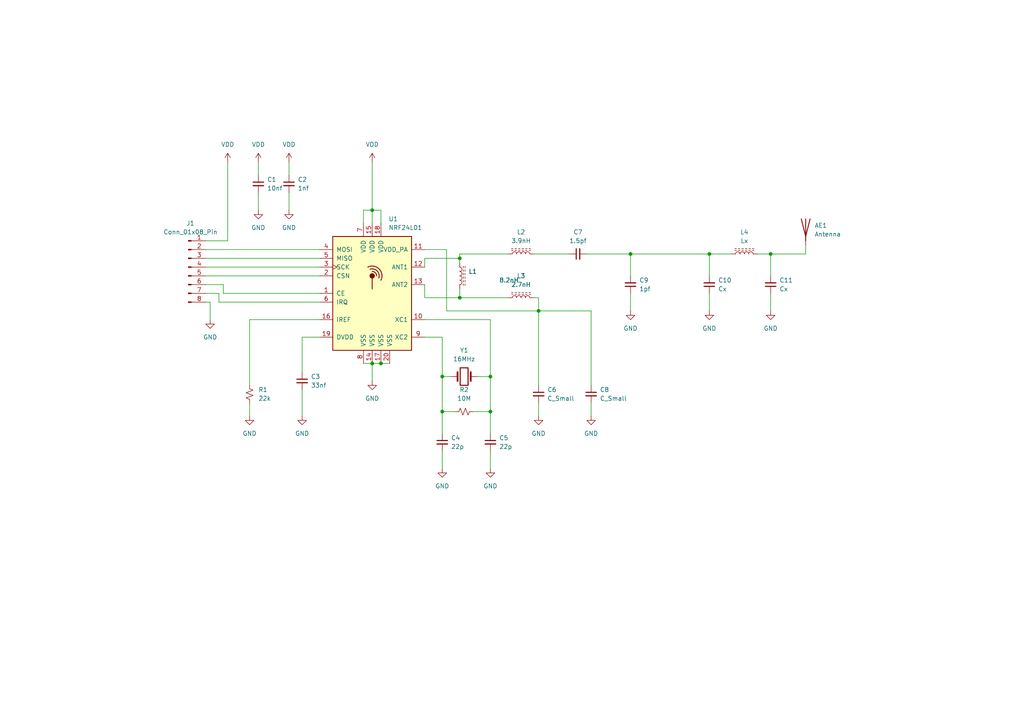
<source format=kicad_sch>
(kicad_sch (version 20230121) (generator eeschema)

  (uuid 5cafbdac-7db9-4660-92a3-72b147f5ac7e)

  (paper "A4")

  (lib_symbols
    (symbol "Connector:Conn_01x08_Pin" (pin_names (offset 1.016) hide) (in_bom yes) (on_board yes)
      (property "Reference" "J" (at 0 10.16 0)
        (effects (font (size 1.27 1.27)))
      )
      (property "Value" "Conn_01x08_Pin" (at 0 -12.7 0)
        (effects (font (size 1.27 1.27)))
      )
      (property "Footprint" "" (at 0 0 0)
        (effects (font (size 1.27 1.27)) hide)
      )
      (property "Datasheet" "~" (at 0 0 0)
        (effects (font (size 1.27 1.27)) hide)
      )
      (property "ki_locked" "" (at 0 0 0)
        (effects (font (size 1.27 1.27)))
      )
      (property "ki_keywords" "connector" (at 0 0 0)
        (effects (font (size 1.27 1.27)) hide)
      )
      (property "ki_description" "Generic connector, single row, 01x08, script generated" (at 0 0 0)
        (effects (font (size 1.27 1.27)) hide)
      )
      (property "ki_fp_filters" "Connector*:*_1x??_*" (at 0 0 0)
        (effects (font (size 1.27 1.27)) hide)
      )
      (symbol "Conn_01x08_Pin_1_1"
        (polyline
          (pts
            (xy 1.27 -10.16)
            (xy 0.8636 -10.16)
          )
          (stroke (width 0.1524) (type default))
          (fill (type none))
        )
        (polyline
          (pts
            (xy 1.27 -7.62)
            (xy 0.8636 -7.62)
          )
          (stroke (width 0.1524) (type default))
          (fill (type none))
        )
        (polyline
          (pts
            (xy 1.27 -5.08)
            (xy 0.8636 -5.08)
          )
          (stroke (width 0.1524) (type default))
          (fill (type none))
        )
        (polyline
          (pts
            (xy 1.27 -2.54)
            (xy 0.8636 -2.54)
          )
          (stroke (width 0.1524) (type default))
          (fill (type none))
        )
        (polyline
          (pts
            (xy 1.27 0)
            (xy 0.8636 0)
          )
          (stroke (width 0.1524) (type default))
          (fill (type none))
        )
        (polyline
          (pts
            (xy 1.27 2.54)
            (xy 0.8636 2.54)
          )
          (stroke (width 0.1524) (type default))
          (fill (type none))
        )
        (polyline
          (pts
            (xy 1.27 5.08)
            (xy 0.8636 5.08)
          )
          (stroke (width 0.1524) (type default))
          (fill (type none))
        )
        (polyline
          (pts
            (xy 1.27 7.62)
            (xy 0.8636 7.62)
          )
          (stroke (width 0.1524) (type default))
          (fill (type none))
        )
        (rectangle (start 0.8636 -10.033) (end 0 -10.287)
          (stroke (width 0.1524) (type default))
          (fill (type outline))
        )
        (rectangle (start 0.8636 -7.493) (end 0 -7.747)
          (stroke (width 0.1524) (type default))
          (fill (type outline))
        )
        (rectangle (start 0.8636 -4.953) (end 0 -5.207)
          (stroke (width 0.1524) (type default))
          (fill (type outline))
        )
        (rectangle (start 0.8636 -2.413) (end 0 -2.667)
          (stroke (width 0.1524) (type default))
          (fill (type outline))
        )
        (rectangle (start 0.8636 0.127) (end 0 -0.127)
          (stroke (width 0.1524) (type default))
          (fill (type outline))
        )
        (rectangle (start 0.8636 2.667) (end 0 2.413)
          (stroke (width 0.1524) (type default))
          (fill (type outline))
        )
        (rectangle (start 0.8636 5.207) (end 0 4.953)
          (stroke (width 0.1524) (type default))
          (fill (type outline))
        )
        (rectangle (start 0.8636 7.747) (end 0 7.493)
          (stroke (width 0.1524) (type default))
          (fill (type outline))
        )
        (pin passive line (at 5.08 7.62 180) (length 3.81)
          (name "Pin_1" (effects (font (size 1.27 1.27))))
          (number "1" (effects (font (size 1.27 1.27))))
        )
        (pin passive line (at 5.08 5.08 180) (length 3.81)
          (name "Pin_2" (effects (font (size 1.27 1.27))))
          (number "2" (effects (font (size 1.27 1.27))))
        )
        (pin passive line (at 5.08 2.54 180) (length 3.81)
          (name "Pin_3" (effects (font (size 1.27 1.27))))
          (number "3" (effects (font (size 1.27 1.27))))
        )
        (pin passive line (at 5.08 0 180) (length 3.81)
          (name "Pin_4" (effects (font (size 1.27 1.27))))
          (number "4" (effects (font (size 1.27 1.27))))
        )
        (pin passive line (at 5.08 -2.54 180) (length 3.81)
          (name "Pin_5" (effects (font (size 1.27 1.27))))
          (number "5" (effects (font (size 1.27 1.27))))
        )
        (pin passive line (at 5.08 -5.08 180) (length 3.81)
          (name "Pin_6" (effects (font (size 1.27 1.27))))
          (number "6" (effects (font (size 1.27 1.27))))
        )
        (pin passive line (at 5.08 -7.62 180) (length 3.81)
          (name "Pin_7" (effects (font (size 1.27 1.27))))
          (number "7" (effects (font (size 1.27 1.27))))
        )
        (pin passive line (at 5.08 -10.16 180) (length 3.81)
          (name "Pin_8" (effects (font (size 1.27 1.27))))
          (number "8" (effects (font (size 1.27 1.27))))
        )
      )
    )
    (symbol "Device:Antenna" (pin_numbers hide) (pin_names (offset 1.016) hide) (in_bom yes) (on_board yes)
      (property "Reference" "AE" (at -1.905 1.905 0)
        (effects (font (size 1.27 1.27)) (justify right))
      )
      (property "Value" "Antenna" (at -1.905 0 0)
        (effects (font (size 1.27 1.27)) (justify right))
      )
      (property "Footprint" "" (at 0 0 0)
        (effects (font (size 1.27 1.27)) hide)
      )
      (property "Datasheet" "~" (at 0 0 0)
        (effects (font (size 1.27 1.27)) hide)
      )
      (property "ki_keywords" "antenna" (at 0 0 0)
        (effects (font (size 1.27 1.27)) hide)
      )
      (property "ki_description" "Antenna" (at 0 0 0)
        (effects (font (size 1.27 1.27)) hide)
      )
      (symbol "Antenna_0_1"
        (polyline
          (pts
            (xy 0 2.54)
            (xy 0 -3.81)
          )
          (stroke (width 0.254) (type default))
          (fill (type none))
        )
        (polyline
          (pts
            (xy 1.27 2.54)
            (xy 0 -2.54)
            (xy -1.27 2.54)
          )
          (stroke (width 0.254) (type default))
          (fill (type none))
        )
      )
      (symbol "Antenna_1_1"
        (pin input line (at 0 -5.08 90) (length 2.54)
          (name "A" (effects (font (size 1.27 1.27))))
          (number "1" (effects (font (size 1.27 1.27))))
        )
      )
    )
    (symbol "Device:C_Small" (pin_numbers hide) (pin_names (offset 0.254) hide) (in_bom yes) (on_board yes)
      (property "Reference" "C" (at 0.254 1.778 0)
        (effects (font (size 1.27 1.27)) (justify left))
      )
      (property "Value" "C_Small" (at 0.254 -2.032 0)
        (effects (font (size 1.27 1.27)) (justify left))
      )
      (property "Footprint" "" (at 0 0 0)
        (effects (font (size 1.27 1.27)) hide)
      )
      (property "Datasheet" "~" (at 0 0 0)
        (effects (font (size 1.27 1.27)) hide)
      )
      (property "ki_keywords" "capacitor cap" (at 0 0 0)
        (effects (font (size 1.27 1.27)) hide)
      )
      (property "ki_description" "Unpolarized capacitor, small symbol" (at 0 0 0)
        (effects (font (size 1.27 1.27)) hide)
      )
      (property "ki_fp_filters" "C_*" (at 0 0 0)
        (effects (font (size 1.27 1.27)) hide)
      )
      (symbol "C_Small_0_1"
        (polyline
          (pts
            (xy -1.524 -0.508)
            (xy 1.524 -0.508)
          )
          (stroke (width 0.3302) (type default))
          (fill (type none))
        )
        (polyline
          (pts
            (xy -1.524 0.508)
            (xy 1.524 0.508)
          )
          (stroke (width 0.3048) (type default))
          (fill (type none))
        )
      )
      (symbol "C_Small_1_1"
        (pin passive line (at 0 2.54 270) (length 2.032)
          (name "~" (effects (font (size 1.27 1.27))))
          (number "1" (effects (font (size 1.27 1.27))))
        )
        (pin passive line (at 0 -2.54 90) (length 2.032)
          (name "~" (effects (font (size 1.27 1.27))))
          (number "2" (effects (font (size 1.27 1.27))))
        )
      )
    )
    (symbol "Device:Crystal" (pin_numbers hide) (pin_names (offset 1.016) hide) (in_bom yes) (on_board yes)
      (property "Reference" "Y" (at 0 3.81 0)
        (effects (font (size 1.27 1.27)))
      )
      (property "Value" "Crystal" (at 0 -3.81 0)
        (effects (font (size 1.27 1.27)))
      )
      (property "Footprint" "" (at 0 0 0)
        (effects (font (size 1.27 1.27)) hide)
      )
      (property "Datasheet" "~" (at 0 0 0)
        (effects (font (size 1.27 1.27)) hide)
      )
      (property "ki_keywords" "quartz ceramic resonator oscillator" (at 0 0 0)
        (effects (font (size 1.27 1.27)) hide)
      )
      (property "ki_description" "Two pin crystal" (at 0 0 0)
        (effects (font (size 1.27 1.27)) hide)
      )
      (property "ki_fp_filters" "Crystal*" (at 0 0 0)
        (effects (font (size 1.27 1.27)) hide)
      )
      (symbol "Crystal_0_1"
        (rectangle (start -1.143 2.54) (end 1.143 -2.54)
          (stroke (width 0.3048) (type default))
          (fill (type none))
        )
        (polyline
          (pts
            (xy -2.54 0)
            (xy -1.905 0)
          )
          (stroke (width 0) (type default))
          (fill (type none))
        )
        (polyline
          (pts
            (xy -1.905 -1.27)
            (xy -1.905 1.27)
          )
          (stroke (width 0.508) (type default))
          (fill (type none))
        )
        (polyline
          (pts
            (xy 1.905 -1.27)
            (xy 1.905 1.27)
          )
          (stroke (width 0.508) (type default))
          (fill (type none))
        )
        (polyline
          (pts
            (xy 2.54 0)
            (xy 1.905 0)
          )
          (stroke (width 0) (type default))
          (fill (type none))
        )
      )
      (symbol "Crystal_1_1"
        (pin passive line (at -3.81 0 0) (length 1.27)
          (name "1" (effects (font (size 1.27 1.27))))
          (number "1" (effects (font (size 1.27 1.27))))
        )
        (pin passive line (at 3.81 0 180) (length 1.27)
          (name "2" (effects (font (size 1.27 1.27))))
          (number "2" (effects (font (size 1.27 1.27))))
        )
      )
    )
    (symbol "Device:L_Ferrite" (pin_numbers hide) (pin_names (offset 1.016) hide) (in_bom yes) (on_board yes)
      (property "Reference" "L" (at -1.27 0 90)
        (effects (font (size 1.27 1.27)))
      )
      (property "Value" "L_Ferrite" (at 2.794 0 90)
        (effects (font (size 1.27 1.27)))
      )
      (property "Footprint" "" (at 0 0 0)
        (effects (font (size 1.27 1.27)) hide)
      )
      (property "Datasheet" "~" (at 0 0 0)
        (effects (font (size 1.27 1.27)) hide)
      )
      (property "ki_keywords" "inductor choke coil reactor magnetic" (at 0 0 0)
        (effects (font (size 1.27 1.27)) hide)
      )
      (property "ki_description" "Inductor with ferrite core" (at 0 0 0)
        (effects (font (size 1.27 1.27)) hide)
      )
      (property "ki_fp_filters" "Choke_* *Coil* Inductor_* L_*" (at 0 0 0)
        (effects (font (size 1.27 1.27)) hide)
      )
      (symbol "L_Ferrite_0_1"
        (arc (start 0 -2.54) (mid 0.6323 -1.905) (end 0 -1.27)
          (stroke (width 0) (type default))
          (fill (type none))
        )
        (arc (start 0 -1.27) (mid 0.6323 -0.635) (end 0 0)
          (stroke (width 0) (type default))
          (fill (type none))
        )
        (polyline
          (pts
            (xy 1.016 -2.794)
            (xy 1.016 -2.286)
          )
          (stroke (width 0) (type default))
          (fill (type none))
        )
        (polyline
          (pts
            (xy 1.016 -1.778)
            (xy 1.016 -1.27)
          )
          (stroke (width 0) (type default))
          (fill (type none))
        )
        (polyline
          (pts
            (xy 1.016 -0.762)
            (xy 1.016 -0.254)
          )
          (stroke (width 0) (type default))
          (fill (type none))
        )
        (polyline
          (pts
            (xy 1.016 0.254)
            (xy 1.016 0.762)
          )
          (stroke (width 0) (type default))
          (fill (type none))
        )
        (polyline
          (pts
            (xy 1.016 1.27)
            (xy 1.016 1.778)
          )
          (stroke (width 0) (type default))
          (fill (type none))
        )
        (polyline
          (pts
            (xy 1.016 2.286)
            (xy 1.016 2.794)
          )
          (stroke (width 0) (type default))
          (fill (type none))
        )
        (polyline
          (pts
            (xy 1.524 -2.286)
            (xy 1.524 -2.794)
          )
          (stroke (width 0) (type default))
          (fill (type none))
        )
        (polyline
          (pts
            (xy 1.524 -1.27)
            (xy 1.524 -1.778)
          )
          (stroke (width 0) (type default))
          (fill (type none))
        )
        (polyline
          (pts
            (xy 1.524 -0.254)
            (xy 1.524 -0.762)
          )
          (stroke (width 0) (type default))
          (fill (type none))
        )
        (polyline
          (pts
            (xy 1.524 0.762)
            (xy 1.524 0.254)
          )
          (stroke (width 0) (type default))
          (fill (type none))
        )
        (polyline
          (pts
            (xy 1.524 1.778)
            (xy 1.524 1.27)
          )
          (stroke (width 0) (type default))
          (fill (type none))
        )
        (polyline
          (pts
            (xy 1.524 2.794)
            (xy 1.524 2.286)
          )
          (stroke (width 0) (type default))
          (fill (type none))
        )
        (arc (start 0 0) (mid 0.6323 0.635) (end 0 1.27)
          (stroke (width 0) (type default))
          (fill (type none))
        )
        (arc (start 0 1.27) (mid 0.6323 1.905) (end 0 2.54)
          (stroke (width 0) (type default))
          (fill (type none))
        )
      )
      (symbol "L_Ferrite_1_1"
        (pin passive line (at 0 3.81 270) (length 1.27)
          (name "1" (effects (font (size 1.27 1.27))))
          (number "1" (effects (font (size 1.27 1.27))))
        )
        (pin passive line (at 0 -3.81 90) (length 1.27)
          (name "2" (effects (font (size 1.27 1.27))))
          (number "2" (effects (font (size 1.27 1.27))))
        )
      )
    )
    (symbol "Device:R_Small_US" (pin_numbers hide) (pin_names (offset 0.254) hide) (in_bom yes) (on_board yes)
      (property "Reference" "R" (at 0.762 0.508 0)
        (effects (font (size 1.27 1.27)) (justify left))
      )
      (property "Value" "R_Small_US" (at 0.762 -1.016 0)
        (effects (font (size 1.27 1.27)) (justify left))
      )
      (property "Footprint" "" (at 0 0 0)
        (effects (font (size 1.27 1.27)) hide)
      )
      (property "Datasheet" "~" (at 0 0 0)
        (effects (font (size 1.27 1.27)) hide)
      )
      (property "ki_keywords" "r resistor" (at 0 0 0)
        (effects (font (size 1.27 1.27)) hide)
      )
      (property "ki_description" "Resistor, small US symbol" (at 0 0 0)
        (effects (font (size 1.27 1.27)) hide)
      )
      (property "ki_fp_filters" "R_*" (at 0 0 0)
        (effects (font (size 1.27 1.27)) hide)
      )
      (symbol "R_Small_US_1_1"
        (polyline
          (pts
            (xy 0 0)
            (xy 1.016 -0.381)
            (xy 0 -0.762)
            (xy -1.016 -1.143)
            (xy 0 -1.524)
          )
          (stroke (width 0) (type default))
          (fill (type none))
        )
        (polyline
          (pts
            (xy 0 1.524)
            (xy 1.016 1.143)
            (xy 0 0.762)
            (xy -1.016 0.381)
            (xy 0 0)
          )
          (stroke (width 0) (type default))
          (fill (type none))
        )
        (pin passive line (at 0 2.54 270) (length 1.016)
          (name "~" (effects (font (size 1.27 1.27))))
          (number "1" (effects (font (size 1.27 1.27))))
        )
        (pin passive line (at 0 -2.54 90) (length 1.016)
          (name "~" (effects (font (size 1.27 1.27))))
          (number "2" (effects (font (size 1.27 1.27))))
        )
      )
    )
    (symbol "RF:NRF24L01" (pin_names (offset 1.016)) (in_bom yes) (on_board yes)
      (property "Reference" "U" (at -11.43 17.78 0)
        (effects (font (size 1.27 1.27)) (justify left))
      )
      (property "Value" "NRF24L01" (at 5.08 17.78 0)
        (effects (font (size 1.27 1.27)) (justify left))
      )
      (property "Footprint" "Package_DFN_QFN:QFN-20-1EP_4x4mm_P0.5mm_EP2.5x2.5mm" (at 5.08 20.32 0)
        (effects (font (size 1.27 1.27) italic) (justify left) hide)
      )
      (property "Datasheet" "http://www.nordicsemi.com/eng/content/download/2730/34105/file/nRF24L01_Product_Specification_v2_0.pdf" (at 0 2.54 0)
        (effects (font (size 1.27 1.27)) hide)
      )
      (property "ki_keywords" "Low Power RF Transceiver" (at 0 0 0)
        (effects (font (size 1.27 1.27)) hide)
      )
      (property "ki_description" "Ultra low power 2.4GHz RF Transceiver, QFN-20" (at 0 0 0)
        (effects (font (size 1.27 1.27)) hide)
      )
      (property "ki_fp_filters" "QFN*4x4*0.5mm*" (at 0 0 0)
        (effects (font (size 1.27 1.27)) hide)
      )
      (symbol "NRF24L01_0_1"
        (rectangle (start -11.43 16.51) (end 11.43 -16.51)
          (stroke (width 0.254) (type default))
          (fill (type background))
        )
        (polyline
          (pts
            (xy 0 4.445)
            (xy 0 1.27)
          )
          (stroke (width 0.254) (type default))
          (fill (type none))
        )
        (circle (center 0 5.08) (radius 0.635)
          (stroke (width 0.254) (type default))
          (fill (type outline))
        )
        (arc (start 1.27 5.08) (mid 0.9071 5.9946) (end 0 6.35)
          (stroke (width 0.254) (type default))
          (fill (type none))
        )
        (arc (start 1.905 4.445) (mid 1.4313 6.5254) (end -0.635 6.985)
          (stroke (width 0.254) (type default))
          (fill (type none))
        )
        (arc (start 2.54 3.81) (mid 2.008 7.088) (end -1.27 7.62)
          (stroke (width 0.254) (type default))
          (fill (type none))
        )
        (rectangle (start 11.43 -13.97) (end 11.43 -13.97)
          (stroke (width 0) (type default))
          (fill (type none))
        )
      )
      (symbol "NRF24L01_1_1"
        (pin input line (at -15.24 0 0) (length 3.81)
          (name "CE" (effects (font (size 1.27 1.27))))
          (number "1" (effects (font (size 1.27 1.27))))
        )
        (pin passive line (at 15.24 -7.62 180) (length 3.81)
          (name "XC1" (effects (font (size 1.27 1.27))))
          (number "10" (effects (font (size 1.27 1.27))))
        )
        (pin power_out line (at 15.24 12.7 180) (length 3.81)
          (name "VDD_PA" (effects (font (size 1.27 1.27))))
          (number "11" (effects (font (size 1.27 1.27))))
        )
        (pin passive line (at 15.24 7.62 180) (length 3.81)
          (name "ANT1" (effects (font (size 1.27 1.27))))
          (number "12" (effects (font (size 1.27 1.27))))
        )
        (pin passive line (at 15.24 2.54 180) (length 3.81)
          (name "ANT2" (effects (font (size 1.27 1.27))))
          (number "13" (effects (font (size 1.27 1.27))))
        )
        (pin power_in line (at 0 -20.32 90) (length 3.81)
          (name "VSS" (effects (font (size 1.27 1.27))))
          (number "14" (effects (font (size 1.27 1.27))))
        )
        (pin power_in line (at 0 20.32 270) (length 3.81)
          (name "VDD" (effects (font (size 1.27 1.27))))
          (number "15" (effects (font (size 1.27 1.27))))
        )
        (pin passive line (at -15.24 -7.62 0) (length 3.81)
          (name "IREF" (effects (font (size 1.27 1.27))))
          (number "16" (effects (font (size 1.27 1.27))))
        )
        (pin power_in line (at 2.54 -20.32 90) (length 3.81)
          (name "VSS" (effects (font (size 1.27 1.27))))
          (number "17" (effects (font (size 1.27 1.27))))
        )
        (pin power_in line (at 2.54 20.32 270) (length 3.81)
          (name "VDD" (effects (font (size 1.27 1.27))))
          (number "18" (effects (font (size 1.27 1.27))))
        )
        (pin power_out line (at -15.24 -12.7 0) (length 3.81)
          (name "DVDD" (effects (font (size 1.27 1.27))))
          (number "19" (effects (font (size 1.27 1.27))))
        )
        (pin input line (at -15.24 5.08 0) (length 3.81)
          (name "CSN" (effects (font (size 1.27 1.27))))
          (number "2" (effects (font (size 1.27 1.27))))
        )
        (pin power_in line (at 5.08 -20.32 90) (length 3.81)
          (name "VSS" (effects (font (size 1.27 1.27))))
          (number "20" (effects (font (size 1.27 1.27))))
        )
        (pin input clock (at -15.24 7.62 0) (length 3.81)
          (name "SCK" (effects (font (size 1.27 1.27))))
          (number "3" (effects (font (size 1.27 1.27))))
        )
        (pin input line (at -15.24 12.7 0) (length 3.81)
          (name "MOSI" (effects (font (size 1.27 1.27))))
          (number "4" (effects (font (size 1.27 1.27))))
        )
        (pin output line (at -15.24 10.16 0) (length 3.81)
          (name "MISO" (effects (font (size 1.27 1.27))))
          (number "5" (effects (font (size 1.27 1.27))))
        )
        (pin output line (at -15.24 -2.54 0) (length 3.81)
          (name "IRQ" (effects (font (size 1.27 1.27))))
          (number "6" (effects (font (size 1.27 1.27))))
        )
        (pin power_in line (at -2.54 20.32 270) (length 3.81)
          (name "VDD" (effects (font (size 1.27 1.27))))
          (number "7" (effects (font (size 1.27 1.27))))
        )
        (pin power_in line (at -2.54 -20.32 90) (length 3.81)
          (name "VSS" (effects (font (size 1.27 1.27))))
          (number "8" (effects (font (size 1.27 1.27))))
        )
        (pin passive line (at 15.24 -12.7 180) (length 3.81)
          (name "XC2" (effects (font (size 1.27 1.27))))
          (number "9" (effects (font (size 1.27 1.27))))
        )
      )
    )
    (symbol "power:GND" (power) (pin_names (offset 0)) (in_bom yes) (on_board yes)
      (property "Reference" "#PWR" (at 0 -6.35 0)
        (effects (font (size 1.27 1.27)) hide)
      )
      (property "Value" "GND" (at 0 -3.81 0)
        (effects (font (size 1.27 1.27)))
      )
      (property "Footprint" "" (at 0 0 0)
        (effects (font (size 1.27 1.27)) hide)
      )
      (property "Datasheet" "" (at 0 0 0)
        (effects (font (size 1.27 1.27)) hide)
      )
      (property "ki_keywords" "global power" (at 0 0 0)
        (effects (font (size 1.27 1.27)) hide)
      )
      (property "ki_description" "Power symbol creates a global label with name \"GND\" , ground" (at 0 0 0)
        (effects (font (size 1.27 1.27)) hide)
      )
      (symbol "GND_0_1"
        (polyline
          (pts
            (xy 0 0)
            (xy 0 -1.27)
            (xy 1.27 -1.27)
            (xy 0 -2.54)
            (xy -1.27 -1.27)
            (xy 0 -1.27)
          )
          (stroke (width 0) (type default))
          (fill (type none))
        )
      )
      (symbol "GND_1_1"
        (pin power_in line (at 0 0 270) (length 0) hide
          (name "GND" (effects (font (size 1.27 1.27))))
          (number "1" (effects (font (size 1.27 1.27))))
        )
      )
    )
    (symbol "power:VDD" (power) (pin_names (offset 0)) (in_bom yes) (on_board yes)
      (property "Reference" "#PWR" (at 0 -3.81 0)
        (effects (font (size 1.27 1.27)) hide)
      )
      (property "Value" "VDD" (at 0 3.81 0)
        (effects (font (size 1.27 1.27)))
      )
      (property "Footprint" "" (at 0 0 0)
        (effects (font (size 1.27 1.27)) hide)
      )
      (property "Datasheet" "" (at 0 0 0)
        (effects (font (size 1.27 1.27)) hide)
      )
      (property "ki_keywords" "global power" (at 0 0 0)
        (effects (font (size 1.27 1.27)) hide)
      )
      (property "ki_description" "Power symbol creates a global label with name \"VDD\"" (at 0 0 0)
        (effects (font (size 1.27 1.27)) hide)
      )
      (symbol "VDD_0_1"
        (polyline
          (pts
            (xy -0.762 1.27)
            (xy 0 2.54)
          )
          (stroke (width 0) (type default))
          (fill (type none))
        )
        (polyline
          (pts
            (xy 0 0)
            (xy 0 2.54)
          )
          (stroke (width 0) (type default))
          (fill (type none))
        )
        (polyline
          (pts
            (xy 0 2.54)
            (xy 0.762 1.27)
          )
          (stroke (width 0) (type default))
          (fill (type none))
        )
      )
      (symbol "VDD_1_1"
        (pin power_in line (at 0 0 90) (length 0) hide
          (name "VDD" (effects (font (size 1.27 1.27))))
          (number "1" (effects (font (size 1.27 1.27))))
        )
      )
    )
  )

  (junction (at 133.35 74.93) (diameter 0) (color 0 0 0 0)
    (uuid 00410b70-6726-4aee-b28f-bca1808f0b57)
  )
  (junction (at 110.49 105.41) (diameter 0) (color 0 0 0 0)
    (uuid 0724b5ce-629f-4cb8-9a46-16323ae84769)
  )
  (junction (at 223.52 73.66) (diameter 0) (color 0 0 0 0)
    (uuid 08dc35f0-f938-45fe-b826-8ac0c4756f36)
  )
  (junction (at 107.95 60.96) (diameter 0) (color 0 0 0 0)
    (uuid 33139a89-7800-4c58-a414-8594e0e8de6a)
  )
  (junction (at 156.21 90.17) (diameter 0) (color 0 0 0 0)
    (uuid 82b58677-6486-45c9-a5d8-36e05f5d11ff)
  )
  (junction (at 107.95 105.41) (diameter 0) (color 0 0 0 0)
    (uuid 8874919e-a0ec-4d15-b3ff-838b31260168)
  )
  (junction (at 128.27 119.38) (diameter 0) (color 0 0 0 0)
    (uuid 96b16b97-193b-4d45-895f-e774460dc2bb)
  )
  (junction (at 205.74 73.66) (diameter 0) (color 0 0 0 0)
    (uuid 99faf02a-91e7-497b-a8c4-451077ca2494)
  )
  (junction (at 142.24 109.22) (diameter 0) (color 0 0 0 0)
    (uuid 9d87d153-6879-40f6-8987-190f6a23913f)
  )
  (junction (at 182.88 73.66) (diameter 0) (color 0 0 0 0)
    (uuid a66de06d-fc8e-44f2-9b43-b79a69e9ef55)
  )
  (junction (at 133.35 86.36) (diameter 0) (color 0 0 0 0)
    (uuid bab7a707-cf2e-4916-b7ea-1380788f7584)
  )
  (junction (at 128.27 109.22) (diameter 0) (color 0 0 0 0)
    (uuid d25d466d-c8a1-4c6c-b8a7-38d8aa1fda44)
  )
  (junction (at 142.24 119.38) (diameter 0) (color 0 0 0 0)
    (uuid f47f7ef5-2b77-4082-b68c-16585933bd2b)
  )

  (wire (pts (xy 110.49 105.41) (xy 113.03 105.41))
    (stroke (width 0) (type default))
    (uuid 01462cd6-db3e-4c8a-9d8e-f9f66217e666)
  )
  (wire (pts (xy 128.27 130.81) (xy 128.27 135.89))
    (stroke (width 0) (type default))
    (uuid 02a8265d-19b0-432a-a83b-4a1c5e8ec192)
  )
  (wire (pts (xy 123.19 77.47) (xy 123.19 74.93))
    (stroke (width 0) (type default))
    (uuid 03840088-35f9-414f-bfcc-a229fb406030)
  )
  (wire (pts (xy 147.32 86.36) (xy 133.35 86.36))
    (stroke (width 0) (type default))
    (uuid 08cb1bd5-2340-4ca1-9469-b2673430313e)
  )
  (wire (pts (xy 205.74 73.66) (xy 205.74 80.01))
    (stroke (width 0) (type default))
    (uuid 0c1498a4-cfc3-48b7-ab92-449881f81f8f)
  )
  (wire (pts (xy 133.35 86.36) (xy 133.35 83.82))
    (stroke (width 0) (type default))
    (uuid 0e9f9239-d1c6-4312-99d2-f144d9c526c1)
  )
  (wire (pts (xy 128.27 97.79) (xy 128.27 109.22))
    (stroke (width 0) (type default))
    (uuid 10d7660a-7d60-4a6d-b908-3f98dd733b16)
  )
  (wire (pts (xy 123.19 74.93) (xy 133.35 74.93))
    (stroke (width 0) (type default))
    (uuid 14bf39a2-49d6-42ec-9076-4789a2f651d3)
  )
  (wire (pts (xy 233.68 71.12) (xy 233.68 73.66))
    (stroke (width 0) (type default))
    (uuid 1a7eb20e-c4ff-43db-a3e7-8a3a363a067b)
  )
  (wire (pts (xy 87.63 97.79) (xy 92.71 97.79))
    (stroke (width 0) (type default))
    (uuid 1ce47027-318e-4d26-89d1-f88399656512)
  )
  (wire (pts (xy 128.27 109.22) (xy 130.81 109.22))
    (stroke (width 0) (type default))
    (uuid 1d26a899-3a28-4372-8130-dcb30ee02dd2)
  )
  (wire (pts (xy 59.69 87.63) (xy 60.96 87.63))
    (stroke (width 0) (type default))
    (uuid 1de301ed-84f9-403f-b1aa-bb2d9c01627c)
  )
  (wire (pts (xy 128.27 119.38) (xy 132.08 119.38))
    (stroke (width 0) (type default))
    (uuid 287e591f-2f92-4623-886f-1e5d0ae56313)
  )
  (wire (pts (xy 59.69 74.93) (xy 92.71 74.93))
    (stroke (width 0) (type default))
    (uuid 2be38870-0290-4d57-af4a-5025eea6e468)
  )
  (wire (pts (xy 74.93 55.88) (xy 74.93 60.96))
    (stroke (width 0) (type default))
    (uuid 2c8f1135-e416-41b8-b4a5-b466f3d1fb7a)
  )
  (wire (pts (xy 64.77 82.55) (xy 64.77 85.09))
    (stroke (width 0) (type default))
    (uuid 3326bc57-3f78-4e76-936e-12f98cc31eb3)
  )
  (wire (pts (xy 142.24 119.38) (xy 142.24 125.73))
    (stroke (width 0) (type default))
    (uuid 352e42d7-4254-4b59-8b88-4615980da213)
  )
  (wire (pts (xy 59.69 82.55) (xy 64.77 82.55))
    (stroke (width 0) (type default))
    (uuid 37c5f9ad-3d8b-4c8d-9c25-722787b87eb3)
  )
  (wire (pts (xy 223.52 73.66) (xy 233.68 73.66))
    (stroke (width 0) (type default))
    (uuid 443f9e00-8e6d-41b0-b698-015fb16fc5f2)
  )
  (wire (pts (xy 223.52 85.09) (xy 223.52 90.17))
    (stroke (width 0) (type default))
    (uuid 470f9fb6-6d72-4a9c-831d-6d2da0c56062)
  )
  (wire (pts (xy 128.27 109.22) (xy 128.27 119.38))
    (stroke (width 0) (type default))
    (uuid 47e42720-e1fc-4603-9013-8e777a5301eb)
  )
  (wire (pts (xy 83.82 46.99) (xy 83.82 50.8))
    (stroke (width 0) (type default))
    (uuid 48533376-28b8-4a88-9d4d-400673e324fc)
  )
  (wire (pts (xy 138.43 109.22) (xy 142.24 109.22))
    (stroke (width 0) (type default))
    (uuid 4e22600a-2e67-4001-bb32-d32d776f761f)
  )
  (wire (pts (xy 59.69 80.01) (xy 92.71 80.01))
    (stroke (width 0) (type default))
    (uuid 50426fb4-87da-4eae-b097-3a9e54fe86f7)
  )
  (wire (pts (xy 107.95 46.99) (xy 107.95 60.96))
    (stroke (width 0) (type default))
    (uuid 50d5bfa2-1ce0-49a9-87bf-ed3ba0965522)
  )
  (wire (pts (xy 123.19 97.79) (xy 128.27 97.79))
    (stroke (width 0) (type default))
    (uuid 537fd998-dfe6-43bf-9b17-78275a6e7eea)
  )
  (wire (pts (xy 128.27 119.38) (xy 128.27 125.73))
    (stroke (width 0) (type default))
    (uuid 54386f46-ef65-484e-b3ce-48cb97539d89)
  )
  (wire (pts (xy 223.52 73.66) (xy 219.71 73.66))
    (stroke (width 0) (type default))
    (uuid 55f003cd-6f32-4e94-9387-aaffe49b7d26)
  )
  (wire (pts (xy 59.69 85.09) (xy 63.5 85.09))
    (stroke (width 0) (type default))
    (uuid 572ff42b-e4a1-4007-b974-9e9a4f6cfe01)
  )
  (wire (pts (xy 205.74 73.66) (xy 212.09 73.66))
    (stroke (width 0) (type default))
    (uuid 5ba41913-0210-4fb2-840b-f51d4db10c76)
  )
  (wire (pts (xy 63.5 85.09) (xy 63.5 87.63))
    (stroke (width 0) (type default))
    (uuid 5d8b1b2d-7592-437b-955b-543d07caa407)
  )
  (wire (pts (xy 105.41 64.77) (xy 105.41 60.96))
    (stroke (width 0) (type default))
    (uuid 60232be4-bd3f-4369-8598-05604711e78f)
  )
  (wire (pts (xy 156.21 90.17) (xy 129.54 90.17))
    (stroke (width 0) (type default))
    (uuid 6273e5c6-024a-406e-93c6-f9381d750efd)
  )
  (wire (pts (xy 59.69 77.47) (xy 92.71 77.47))
    (stroke (width 0) (type default))
    (uuid 64b31414-b0ec-43f8-879c-4e02968b42bf)
  )
  (wire (pts (xy 107.95 60.96) (xy 107.95 64.77))
    (stroke (width 0) (type default))
    (uuid 68d6469e-9824-4e8c-bf35-a3dbeceb1214)
  )
  (wire (pts (xy 59.69 69.85) (xy 66.04 69.85))
    (stroke (width 0) (type default))
    (uuid 69fbb209-c59a-46e9-99e2-f5b982d0c233)
  )
  (wire (pts (xy 74.93 46.99) (xy 74.93 50.8))
    (stroke (width 0) (type default))
    (uuid 6d94b583-8c60-4704-a505-5f15c2fede3a)
  )
  (wire (pts (xy 182.88 73.66) (xy 205.74 73.66))
    (stroke (width 0) (type default))
    (uuid 6efd63e3-855d-477c-8e58-dc4e47a4b649)
  )
  (wire (pts (xy 142.24 92.71) (xy 142.24 109.22))
    (stroke (width 0) (type default))
    (uuid 724b4227-7438-453b-b0a3-997fc3814842)
  )
  (wire (pts (xy 107.95 105.41) (xy 107.95 110.49))
    (stroke (width 0) (type default))
    (uuid 7af7d309-e638-44c6-bc47-e9d12c163110)
  )
  (wire (pts (xy 182.88 73.66) (xy 182.88 80.01))
    (stroke (width 0) (type default))
    (uuid 7bcd184e-5287-4c78-ba5a-1347d85f4f5f)
  )
  (wire (pts (xy 87.63 107.95) (xy 87.63 97.79))
    (stroke (width 0) (type default))
    (uuid 7e56919b-1e2f-43cb-8010-b0a4ffda0198)
  )
  (wire (pts (xy 133.35 74.93) (xy 133.35 76.2))
    (stroke (width 0) (type default))
    (uuid 8049535a-1383-4d5d-b1ca-ad95ca5ba52f)
  )
  (wire (pts (xy 72.39 92.71) (xy 72.39 111.76))
    (stroke (width 0) (type default))
    (uuid 817e84db-2958-4913-b9ca-b04338e23e9a)
  )
  (wire (pts (xy 171.45 116.84) (xy 171.45 120.65))
    (stroke (width 0) (type default))
    (uuid 819898d9-7256-4255-8888-f10cf80c32fb)
  )
  (wire (pts (xy 123.19 82.55) (xy 123.19 86.36))
    (stroke (width 0) (type default))
    (uuid 81cb96e4-33d0-49b0-a073-1b580de1764c)
  )
  (wire (pts (xy 64.77 85.09) (xy 92.71 85.09))
    (stroke (width 0) (type default))
    (uuid 83bc64e4-7faf-4281-ad9e-45b5e2292d0f)
  )
  (wire (pts (xy 156.21 111.76) (xy 156.21 90.17))
    (stroke (width 0) (type default))
    (uuid 840164ea-75bf-45fa-8ff1-316f9d9e2958)
  )
  (wire (pts (xy 123.19 92.71) (xy 142.24 92.71))
    (stroke (width 0) (type default))
    (uuid 861ea085-122d-41a1-8ab8-62ffa93754a3)
  )
  (wire (pts (xy 129.54 90.17) (xy 129.54 72.39))
    (stroke (width 0) (type default))
    (uuid 891f9c24-98c4-42e6-867f-6c4868dbf142)
  )
  (wire (pts (xy 105.41 105.41) (xy 107.95 105.41))
    (stroke (width 0) (type default))
    (uuid 8bbb9e79-5b58-4d40-b665-05156429491f)
  )
  (wire (pts (xy 133.35 73.66) (xy 133.35 74.93))
    (stroke (width 0) (type default))
    (uuid 908c3246-d5c2-45f4-a89e-1ffbcb82aaa9)
  )
  (wire (pts (xy 170.18 73.66) (xy 182.88 73.66))
    (stroke (width 0) (type default))
    (uuid 994c3f87-50e4-470f-bcca-85f8c7ee85bc)
  )
  (wire (pts (xy 123.19 86.36) (xy 133.35 86.36))
    (stroke (width 0) (type default))
    (uuid 9988980e-76fd-4139-9864-4f4d83a1a9eb)
  )
  (wire (pts (xy 110.49 64.77) (xy 110.49 60.96))
    (stroke (width 0) (type default))
    (uuid 9bb999bb-5342-4118-bbd3-77c0e5d867bc)
  )
  (wire (pts (xy 63.5 87.63) (xy 92.71 87.63))
    (stroke (width 0) (type default))
    (uuid 9bc4fe2d-4b62-4cd5-9feb-a0366a564742)
  )
  (wire (pts (xy 87.63 113.03) (xy 87.63 120.65))
    (stroke (width 0) (type default))
    (uuid 9cc9a086-e915-475f-8cee-0beedf84d4b3)
  )
  (wire (pts (xy 92.71 92.71) (xy 72.39 92.71))
    (stroke (width 0) (type default))
    (uuid 9fb8b8ff-cef2-4915-8837-b33e5ce391b8)
  )
  (wire (pts (xy 171.45 111.76) (xy 171.45 90.17))
    (stroke (width 0) (type default))
    (uuid a07ab67d-3487-4fb6-b0a9-30e87fa7b74f)
  )
  (wire (pts (xy 156.21 116.84) (xy 156.21 120.65))
    (stroke (width 0) (type default))
    (uuid a0c23b03-92d2-42cb-b5de-dd474c60bfd2)
  )
  (wire (pts (xy 66.04 46.99) (xy 66.04 69.85))
    (stroke (width 0) (type default))
    (uuid a417f88c-777f-4607-850a-20a31df656f5)
  )
  (wire (pts (xy 171.45 90.17) (xy 156.21 90.17))
    (stroke (width 0) (type default))
    (uuid a9a56fee-cd0a-4d2d-954a-5de1b55c18a0)
  )
  (wire (pts (xy 154.94 86.36) (xy 156.21 86.36))
    (stroke (width 0) (type default))
    (uuid b009d64a-aa7d-4dd1-9c7c-a0443814022c)
  )
  (wire (pts (xy 223.52 80.01) (xy 223.52 73.66))
    (stroke (width 0) (type default))
    (uuid b13a1b79-bd6e-40e9-a545-37367e6424df)
  )
  (wire (pts (xy 110.49 60.96) (xy 107.95 60.96))
    (stroke (width 0) (type default))
    (uuid b459d264-d63a-4058-bbb7-b0b16933ef76)
  )
  (wire (pts (xy 105.41 60.96) (xy 107.95 60.96))
    (stroke (width 0) (type default))
    (uuid bb995829-683a-4db4-bedf-5046276b19ce)
  )
  (wire (pts (xy 129.54 72.39) (xy 123.19 72.39))
    (stroke (width 0) (type default))
    (uuid bfbf1395-f8ad-4d8c-a7c4-a0effa00bc7d)
  )
  (wire (pts (xy 156.21 86.36) (xy 156.21 90.17))
    (stroke (width 0) (type default))
    (uuid c0669d6d-8d89-4881-a823-33c046aa1c39)
  )
  (wire (pts (xy 205.74 85.09) (xy 205.74 90.17))
    (stroke (width 0) (type default))
    (uuid cb8f744c-3834-4ffa-935e-026bfe461fac)
  )
  (wire (pts (xy 83.82 55.88) (xy 83.82 60.96))
    (stroke (width 0) (type default))
    (uuid cfc0a0c5-8e8a-458e-a400-3c5de5d412b7)
  )
  (wire (pts (xy 137.16 119.38) (xy 142.24 119.38))
    (stroke (width 0) (type default))
    (uuid d7726437-01c9-4f16-bfd8-ae9aa070cb62)
  )
  (wire (pts (xy 59.69 72.39) (xy 92.71 72.39))
    (stroke (width 0) (type default))
    (uuid d7a3989c-d023-49f6-8c1d-2cb89e2238e8)
  )
  (wire (pts (xy 72.39 116.84) (xy 72.39 120.65))
    (stroke (width 0) (type default))
    (uuid dbf8a761-5189-42f4-8b72-952378fdeda0)
  )
  (wire (pts (xy 154.94 73.66) (xy 165.1 73.66))
    (stroke (width 0) (type default))
    (uuid e72de814-c9de-4622-98ce-881cb8ca857f)
  )
  (wire (pts (xy 142.24 109.22) (xy 142.24 119.38))
    (stroke (width 0) (type default))
    (uuid eb508f76-b2c5-45e3-99d4-c004844a5369)
  )
  (wire (pts (xy 182.88 85.09) (xy 182.88 90.17))
    (stroke (width 0) (type default))
    (uuid ed139df1-094b-49e7-b48e-1986a07bd7c4)
  )
  (wire (pts (xy 147.32 73.66) (xy 133.35 73.66))
    (stroke (width 0) (type default))
    (uuid ed6a3eb9-1438-4a03-8567-079742f5c7bb)
  )
  (wire (pts (xy 142.24 130.81) (xy 142.24 135.89))
    (stroke (width 0) (type default))
    (uuid f355a79f-43fb-4449-82a1-1ec5f9a9e357)
  )
  (wire (pts (xy 60.96 87.63) (xy 60.96 92.71))
    (stroke (width 0) (type default))
    (uuid f554bfaa-2ec3-470c-9c15-cf8f154ef13e)
  )
  (wire (pts (xy 107.95 105.41) (xy 110.49 105.41))
    (stroke (width 0) (type default))
    (uuid f84ecb2e-310f-4bd2-8e11-938342b6a85f)
  )

  (symbol (lib_id "power:VDD") (at 83.82 46.99 0) (unit 1)
    (in_bom yes) (on_board yes) (dnp no) (fields_autoplaced)
    (uuid 09b630e3-51b4-4356-9acd-60e49eaff283)
    (property "Reference" "#PWR06" (at 83.82 50.8 0)
      (effects (font (size 1.27 1.27)) hide)
    )
    (property "Value" "VDD" (at 83.82 41.91 0)
      (effects (font (size 1.27 1.27)))
    )
    (property "Footprint" "" (at 83.82 46.99 0)
      (effects (font (size 1.27 1.27)) hide)
    )
    (property "Datasheet" "" (at 83.82 46.99 0)
      (effects (font (size 1.27 1.27)) hide)
    )
    (pin "1" (uuid fb34ff60-f483-4599-973a-30341d660e17))
    (instances
      (project "Tarea Final"
        (path "/5cafbdac-7db9-4660-92a3-72b147f5ac7e"
          (reference "#PWR06") (unit 1)
        )
      )
    )
  )

  (symbol (lib_id "Device:C_Small") (at 223.52 82.55 180) (unit 1)
    (in_bom yes) (on_board yes) (dnp no) (fields_autoplaced)
    (uuid 0ad1c4da-23c2-4039-9f61-3ef057aef84a)
    (property "Reference" "C11" (at 226.06 81.2736 0)
      (effects (font (size 1.27 1.27)) (justify right))
    )
    (property "Value" "Cx" (at 226.06 83.8136 0)
      (effects (font (size 1.27 1.27)) (justify right))
    )
    (property "Footprint" "Capacitor_SMD:C_0402_1005Metric" (at 223.52 82.55 0)
      (effects (font (size 1.27 1.27)) hide)
    )
    (property "Datasheet" "~" (at 223.52 82.55 0)
      (effects (font (size 1.27 1.27)) hide)
    )
    (pin "1" (uuid 9ec25034-5906-48d7-9155-419a222eddad))
    (pin "2" (uuid e46f9bcf-a325-4ff0-9759-aec8e852d292))
    (instances
      (project "Tarea Final"
        (path "/5cafbdac-7db9-4660-92a3-72b147f5ac7e"
          (reference "C11") (unit 1)
        )
      )
    )
  )

  (symbol (lib_id "power:GND") (at 171.45 120.65 0) (unit 1)
    (in_bom yes) (on_board yes) (dnp no) (fields_autoplaced)
    (uuid 1000429d-d7d5-453a-85ae-7686c003e57d)
    (property "Reference" "#PWR014" (at 171.45 127 0)
      (effects (font (size 1.27 1.27)) hide)
    )
    (property "Value" "GND" (at 171.45 125.73 0)
      (effects (font (size 1.27 1.27)))
    )
    (property "Footprint" "" (at 171.45 120.65 0)
      (effects (font (size 1.27 1.27)) hide)
    )
    (property "Datasheet" "" (at 171.45 120.65 0)
      (effects (font (size 1.27 1.27)) hide)
    )
    (pin "1" (uuid 180e0a8b-6eac-4c0f-98c5-3b7fcab8c1fe))
    (instances
      (project "Tarea Final"
        (path "/5cafbdac-7db9-4660-92a3-72b147f5ac7e"
          (reference "#PWR014") (unit 1)
        )
      )
    )
  )

  (symbol (lib_id "power:VDD") (at 107.95 46.99 0) (unit 1)
    (in_bom yes) (on_board yes) (dnp no) (fields_autoplaced)
    (uuid 2088747f-aca9-4577-a92d-55c081062d3e)
    (property "Reference" "#PWR09" (at 107.95 50.8 0)
      (effects (font (size 1.27 1.27)) hide)
    )
    (property "Value" "VDD" (at 107.95 41.91 0)
      (effects (font (size 1.27 1.27)))
    )
    (property "Footprint" "" (at 107.95 46.99 0)
      (effects (font (size 1.27 1.27)) hide)
    )
    (property "Datasheet" "" (at 107.95 46.99 0)
      (effects (font (size 1.27 1.27)) hide)
    )
    (pin "1" (uuid 8db713dd-3f9d-472e-9291-b493b42c10bd))
    (instances
      (project "Tarea Final"
        (path "/5cafbdac-7db9-4660-92a3-72b147f5ac7e"
          (reference "#PWR09") (unit 1)
        )
      )
    )
  )

  (symbol (lib_id "Device:R_Small_US") (at 134.62 119.38 90) (unit 1)
    (in_bom yes) (on_board yes) (dnp no) (fields_autoplaced)
    (uuid 2525ee5b-f9fd-4e10-b46f-c108b8c9c84d)
    (property "Reference" "R2" (at 134.62 113.03 90)
      (effects (font (size 1.27 1.27)))
    )
    (property "Value" "10M" (at 134.62 115.57 90)
      (effects (font (size 1.27 1.27)))
    )
    (property "Footprint" "PCM_Resistor_SMD_AKL:R_0402_1005Metric" (at 134.62 119.38 0)
      (effects (font (size 1.27 1.27)) hide)
    )
    (property "Datasheet" "~" (at 134.62 119.38 0)
      (effects (font (size 1.27 1.27)) hide)
    )
    (pin "1" (uuid e0a24caa-13f6-4a98-9f57-3ab1bc187233))
    (pin "2" (uuid c47acef7-6fc4-4caf-a0da-484c6172e859))
    (instances
      (project "Tarea Final"
        (path "/5cafbdac-7db9-4660-92a3-72b147f5ac7e"
          (reference "R2") (unit 1)
        )
      )
    )
  )

  (symbol (lib_id "power:GND") (at 87.63 120.65 0) (unit 1)
    (in_bom yes) (on_board yes) (dnp no) (fields_autoplaced)
    (uuid 2a147e4d-4d3e-4fa1-98a9-89b934517ba7)
    (property "Reference" "#PWR08" (at 87.63 127 0)
      (effects (font (size 1.27 1.27)) hide)
    )
    (property "Value" "GND" (at 87.63 125.73 0)
      (effects (font (size 1.27 1.27)))
    )
    (property "Footprint" "" (at 87.63 120.65 0)
      (effects (font (size 1.27 1.27)) hide)
    )
    (property "Datasheet" "" (at 87.63 120.65 0)
      (effects (font (size 1.27 1.27)) hide)
    )
    (pin "1" (uuid f030da24-9e70-4ec2-8833-051b3ed79c0b))
    (instances
      (project "Tarea Final"
        (path "/5cafbdac-7db9-4660-92a3-72b147f5ac7e"
          (reference "#PWR08") (unit 1)
        )
      )
    )
  )

  (symbol (lib_id "power:GND") (at 60.96 92.71 0) (unit 1)
    (in_bom yes) (on_board yes) (dnp no) (fields_autoplaced)
    (uuid 30533059-ef0e-49c9-b7a2-1f3d90711b6f)
    (property "Reference" "#PWR01" (at 60.96 99.06 0)
      (effects (font (size 1.27 1.27)) hide)
    )
    (property "Value" "GND" (at 60.96 97.79 0)
      (effects (font (size 1.27 1.27)))
    )
    (property "Footprint" "" (at 60.96 92.71 0)
      (effects (font (size 1.27 1.27)) hide)
    )
    (property "Datasheet" "" (at 60.96 92.71 0)
      (effects (font (size 1.27 1.27)) hide)
    )
    (pin "1" (uuid 5bf64345-c37c-489f-a8dd-456bee903f96))
    (instances
      (project "Tarea Final"
        (path "/5cafbdac-7db9-4660-92a3-72b147f5ac7e"
          (reference "#PWR01") (unit 1)
        )
      )
    )
  )

  (symbol (lib_id "power:GND") (at 72.39 120.65 0) (unit 1)
    (in_bom yes) (on_board yes) (dnp no) (fields_autoplaced)
    (uuid 3178559e-41a0-4c0a-aaf7-7012ff6d270d)
    (property "Reference" "#PWR03" (at 72.39 127 0)
      (effects (font (size 1.27 1.27)) hide)
    )
    (property "Value" "GND" (at 72.39 125.73 0)
      (effects (font (size 1.27 1.27)))
    )
    (property "Footprint" "" (at 72.39 120.65 0)
      (effects (font (size 1.27 1.27)) hide)
    )
    (property "Datasheet" "" (at 72.39 120.65 0)
      (effects (font (size 1.27 1.27)) hide)
    )
    (pin "1" (uuid b01f6af2-6378-47f0-a411-55a5d7c9c1eb))
    (instances
      (project "Tarea Final"
        (path "/5cafbdac-7db9-4660-92a3-72b147f5ac7e"
          (reference "#PWR03") (unit 1)
        )
      )
    )
  )

  (symbol (lib_id "Connector:Conn_01x08_Pin") (at 54.61 77.47 0) (unit 1)
    (in_bom yes) (on_board yes) (dnp no) (fields_autoplaced)
    (uuid 319963a6-d9a2-4dab-b300-2cecf0d447c4)
    (property "Reference" "J1" (at 55.245 64.77 0)
      (effects (font (size 1.27 1.27)))
    )
    (property "Value" "Conn_01x08_Pin" (at 55.245 67.31 0)
      (effects (font (size 1.27 1.27)))
    )
    (property "Footprint" "Connector_Hirose:Hirose_DF13-08P-1.25DSA_1x08_P1.25mm_Vertical" (at 54.61 77.47 0)
      (effects (font (size 1.27 1.27)) hide)
    )
    (property "Datasheet" "~" (at 54.61 77.47 0)
      (effects (font (size 1.27 1.27)) hide)
    )
    (pin "1" (uuid 5cd79e35-d114-4b85-a8f3-bce09cd1a364))
    (pin "2" (uuid c714ed87-eca6-4689-9bd1-dd15e581386e))
    (pin "3" (uuid 9ab3e96a-ca31-49d4-b6b7-663867c0b90f))
    (pin "4" (uuid 24179944-19d8-4a60-a478-8b2a241a15bf))
    (pin "5" (uuid 7f360ab9-5070-497c-bc0b-5e5d8295efa8))
    (pin "6" (uuid e48ce987-1b2c-4922-afc8-3a7406f6b894))
    (pin "7" (uuid 143cd7be-c371-4cea-88c3-6e520052343b))
    (pin "8" (uuid 445b3e8e-ca21-4d77-9653-7b4f3584ac0c))
    (instances
      (project "Tarea Final"
        (path "/5cafbdac-7db9-4660-92a3-72b147f5ac7e"
          (reference "J1") (unit 1)
        )
      )
    )
  )

  (symbol (lib_id "Device:C_Small") (at 156.21 114.3 0) (unit 1)
    (in_bom yes) (on_board yes) (dnp no) (fields_autoplaced)
    (uuid 371164d7-57f8-4d10-8e49-cfe95ac9478e)
    (property "Reference" "C6" (at 158.75 113.0363 0)
      (effects (font (size 1.27 1.27)) (justify left))
    )
    (property "Value" "C_Small" (at 158.75 115.5763 0)
      (effects (font (size 1.27 1.27)) (justify left))
    )
    (property "Footprint" "Capacitor_SMD:C_0402_1005Metric" (at 156.21 114.3 0)
      (effects (font (size 1.27 1.27)) hide)
    )
    (property "Datasheet" "~" (at 156.21 114.3 0)
      (effects (font (size 1.27 1.27)) hide)
    )
    (pin "1" (uuid 12afe9c0-9bad-492d-b6e0-ee88f8fb32be))
    (pin "2" (uuid 34b57bd5-4d9a-4c64-a5a3-3508b893c1e0))
    (instances
      (project "Tarea Final"
        (path "/5cafbdac-7db9-4660-92a3-72b147f5ac7e"
          (reference "C6") (unit 1)
        )
      )
    )
  )

  (symbol (lib_id "power:GND") (at 205.74 90.17 0) (unit 1)
    (in_bom yes) (on_board yes) (dnp no) (fields_autoplaced)
    (uuid 37c6c128-e45d-4b6a-9926-ffbd7e7a0472)
    (property "Reference" "#PWR016" (at 205.74 96.52 0)
      (effects (font (size 1.27 1.27)) hide)
    )
    (property "Value" "GND" (at 205.74 95.25 0)
      (effects (font (size 1.27 1.27)))
    )
    (property "Footprint" "" (at 205.74 90.17 0)
      (effects (font (size 1.27 1.27)) hide)
    )
    (property "Datasheet" "" (at 205.74 90.17 0)
      (effects (font (size 1.27 1.27)) hide)
    )
    (pin "1" (uuid 19e962d7-5aa1-49b3-91cf-52473e3f7850))
    (instances
      (project "Tarea Final"
        (path "/5cafbdac-7db9-4660-92a3-72b147f5ac7e"
          (reference "#PWR016") (unit 1)
        )
      )
    )
  )

  (symbol (lib_id "power:GND") (at 74.93 60.96 0) (unit 1)
    (in_bom yes) (on_board yes) (dnp no) (fields_autoplaced)
    (uuid 4dc5397e-d2c0-45ad-8305-057fc63326cc)
    (property "Reference" "#PWR05" (at 74.93 67.31 0)
      (effects (font (size 1.27 1.27)) hide)
    )
    (property "Value" "GND" (at 74.93 66.04 0)
      (effects (font (size 1.27 1.27)))
    )
    (property "Footprint" "" (at 74.93 60.96 0)
      (effects (font (size 1.27 1.27)) hide)
    )
    (property "Datasheet" "" (at 74.93 60.96 0)
      (effects (font (size 1.27 1.27)) hide)
    )
    (pin "1" (uuid bb0fcdf5-e254-4b02-ab55-5215492dcc62))
    (instances
      (project "Tarea Final"
        (path "/5cafbdac-7db9-4660-92a3-72b147f5ac7e"
          (reference "#PWR05") (unit 1)
        )
      )
    )
  )

  (symbol (lib_id "power:GND") (at 182.88 90.17 0) (unit 1)
    (in_bom yes) (on_board yes) (dnp no) (fields_autoplaced)
    (uuid 4e0950e8-a107-431f-b3ea-a4a1b3f73c92)
    (property "Reference" "#PWR015" (at 182.88 96.52 0)
      (effects (font (size 1.27 1.27)) hide)
    )
    (property "Value" "GND" (at 182.88 95.25 0)
      (effects (font (size 1.27 1.27)))
    )
    (property "Footprint" "" (at 182.88 90.17 0)
      (effects (font (size 1.27 1.27)) hide)
    )
    (property "Datasheet" "" (at 182.88 90.17 0)
      (effects (font (size 1.27 1.27)) hide)
    )
    (pin "1" (uuid bd3478a7-2db2-4e74-a7ee-434aa7eb2f62))
    (instances
      (project "Tarea Final"
        (path "/5cafbdac-7db9-4660-92a3-72b147f5ac7e"
          (reference "#PWR015") (unit 1)
        )
      )
    )
  )

  (symbol (lib_id "Device:C_Small") (at 83.82 53.34 0) (unit 1)
    (in_bom yes) (on_board yes) (dnp no) (fields_autoplaced)
    (uuid 56b74dcc-9d50-4fe9-b6b8-fc9e95be5321)
    (property "Reference" "C2" (at 86.36 52.0763 0)
      (effects (font (size 1.27 1.27)) (justify left))
    )
    (property "Value" "1nf" (at 86.36 54.6163 0)
      (effects (font (size 1.27 1.27)) (justify left))
    )
    (property "Footprint" "Capacitor_SMD:C_0402_1005Metric" (at 83.82 53.34 0)
      (effects (font (size 1.27 1.27)) hide)
    )
    (property "Datasheet" "~" (at 83.82 53.34 0)
      (effects (font (size 1.27 1.27)) hide)
    )
    (pin "1" (uuid 28a56a6d-7e1e-4b2e-b9a1-c9f1df1c4f81))
    (pin "2" (uuid 6e1d79ce-9f59-4752-80f5-4dfdfe062881))
    (instances
      (project "Tarea Final"
        (path "/5cafbdac-7db9-4660-92a3-72b147f5ac7e"
          (reference "C2") (unit 1)
        )
      )
    )
  )

  (symbol (lib_id "Device:L_Ferrite") (at 215.9 73.66 90) (unit 1)
    (in_bom yes) (on_board yes) (dnp no) (fields_autoplaced)
    (uuid 5ffd6dea-d495-4551-a2e0-fbe237c1e7ff)
    (property "Reference" "L4" (at 215.9 67.31 90)
      (effects (font (size 1.27 1.27)))
    )
    (property "Value" "Lx" (at 215.9 69.85 90)
      (effects (font (size 1.27 1.27)))
    )
    (property "Footprint" "Inductor_SMD:L_0402_1005Metric" (at 215.9 73.66 0)
      (effects (font (size 1.27 1.27)) hide)
    )
    (property "Datasheet" "~" (at 215.9 73.66 0)
      (effects (font (size 1.27 1.27)) hide)
    )
    (pin "1" (uuid d87ad5f6-7151-468f-a1c8-f45b3f8eff59))
    (pin "2" (uuid 46f8952a-bf0b-4a29-a401-4d4d00f24cab))
    (instances
      (project "Tarea Final"
        (path "/5cafbdac-7db9-4660-92a3-72b147f5ac7e"
          (reference "L4") (unit 1)
        )
      )
    )
  )

  (symbol (lib_id "power:VDD") (at 66.04 46.99 0) (unit 1)
    (in_bom yes) (on_board yes) (dnp no) (fields_autoplaced)
    (uuid 708ed94d-eb13-43ae-a385-4f383b175463)
    (property "Reference" "#PWR02" (at 66.04 50.8 0)
      (effects (font (size 1.27 1.27)) hide)
    )
    (property "Value" "VDD" (at 66.04 41.91 0)
      (effects (font (size 1.27 1.27)))
    )
    (property "Footprint" "" (at 66.04 46.99 0)
      (effects (font (size 1.27 1.27)) hide)
    )
    (property "Datasheet" "" (at 66.04 46.99 0)
      (effects (font (size 1.27 1.27)) hide)
    )
    (pin "1" (uuid 57c151dd-bf93-4312-898a-6ce18b2d94f0))
    (instances
      (project "Tarea Final"
        (path "/5cafbdac-7db9-4660-92a3-72b147f5ac7e"
          (reference "#PWR02") (unit 1)
        )
      )
    )
  )

  (symbol (lib_id "Device:L_Ferrite") (at 151.13 86.36 90) (unit 1)
    (in_bom yes) (on_board yes) (dnp no) (fields_autoplaced)
    (uuid 791636e7-c388-4a1d-8398-238784f2c752)
    (property "Reference" "L3" (at 151.13 80.01 90)
      (effects (font (size 1.27 1.27)))
    )
    (property "Value" "2.7nH" (at 151.13 82.55 90)
      (effects (font (size 1.27 1.27)))
    )
    (property "Footprint" "Inductor_SMD:L_0402_1005Metric" (at 151.13 86.36 0)
      (effects (font (size 1.27 1.27)) hide)
    )
    (property "Datasheet" "~" (at 151.13 86.36 0)
      (effects (font (size 1.27 1.27)) hide)
    )
    (pin "1" (uuid 6e799f1a-df1a-4ef5-9fc7-2c7e897ad1bc))
    (pin "2" (uuid d0364cea-0a03-47bc-afab-e936cc0dcbbb))
    (instances
      (project "Tarea Final"
        (path "/5cafbdac-7db9-4660-92a3-72b147f5ac7e"
          (reference "L3") (unit 1)
        )
      )
    )
  )

  (symbol (lib_id "power:GND") (at 128.27 135.89 0) (unit 1)
    (in_bom yes) (on_board yes) (dnp no) (fields_autoplaced)
    (uuid 7e1102b3-8332-4a35-a701-095ff6141ed9)
    (property "Reference" "#PWR011" (at 128.27 142.24 0)
      (effects (font (size 1.27 1.27)) hide)
    )
    (property "Value" "GND" (at 128.27 140.97 0)
      (effects (font (size 1.27 1.27)))
    )
    (property "Footprint" "" (at 128.27 135.89 0)
      (effects (font (size 1.27 1.27)) hide)
    )
    (property "Datasheet" "" (at 128.27 135.89 0)
      (effects (font (size 1.27 1.27)) hide)
    )
    (pin "1" (uuid 7b965838-44ce-4c78-8470-39acf10eb908))
    (instances
      (project "Tarea Final"
        (path "/5cafbdac-7db9-4660-92a3-72b147f5ac7e"
          (reference "#PWR011") (unit 1)
        )
      )
    )
  )

  (symbol (lib_id "Device:C_Small") (at 142.24 128.27 0) (unit 1)
    (in_bom yes) (on_board yes) (dnp no) (fields_autoplaced)
    (uuid 7f06686c-a32d-42fa-8a95-b70ee001c449)
    (property "Reference" "C5" (at 144.78 127.0063 0)
      (effects (font (size 1.27 1.27)) (justify left))
    )
    (property "Value" "22p" (at 144.78 129.5463 0)
      (effects (font (size 1.27 1.27)) (justify left))
    )
    (property "Footprint" "Capacitor_SMD:C_0402_1005Metric" (at 142.24 128.27 0)
      (effects (font (size 1.27 1.27)) hide)
    )
    (property "Datasheet" "~" (at 142.24 128.27 0)
      (effects (font (size 1.27 1.27)) hide)
    )
    (pin "1" (uuid 8617c3d6-f23f-4dbc-97a6-4cf1d255edd8))
    (pin "2" (uuid 62eb6b4c-608f-4d67-a191-e10e8cd358f6))
    (instances
      (project "Tarea Final"
        (path "/5cafbdac-7db9-4660-92a3-72b147f5ac7e"
          (reference "C5") (unit 1)
        )
      )
    )
  )

  (symbol (lib_id "power:VDD") (at 74.93 46.99 0) (unit 1)
    (in_bom yes) (on_board yes) (dnp no) (fields_autoplaced)
    (uuid 829c4818-950a-4a79-931d-fd2e323c7440)
    (property "Reference" "#PWR04" (at 74.93 50.8 0)
      (effects (font (size 1.27 1.27)) hide)
    )
    (property "Value" "VDD" (at 74.93 41.91 0)
      (effects (font (size 1.27 1.27)))
    )
    (property "Footprint" "" (at 74.93 46.99 0)
      (effects (font (size 1.27 1.27)) hide)
    )
    (property "Datasheet" "" (at 74.93 46.99 0)
      (effects (font (size 1.27 1.27)) hide)
    )
    (pin "1" (uuid 381f50a1-aaa4-4f60-a509-3c9e1d2b7df3))
    (instances
      (project "Tarea Final"
        (path "/5cafbdac-7db9-4660-92a3-72b147f5ac7e"
          (reference "#PWR04") (unit 1)
        )
      )
    )
  )

  (symbol (lib_id "RF:NRF24L01") (at 107.95 85.09 0) (unit 1)
    (in_bom yes) (on_board yes) (dnp no) (fields_autoplaced)
    (uuid 8f05ddee-dd9f-4922-ad37-633b92e781a3)
    (property "Reference" "U1" (at 112.6841 63.5 0)
      (effects (font (size 1.27 1.27)) (justify left))
    )
    (property "Value" "NRF24L01" (at 112.6841 66.04 0)
      (effects (font (size 1.27 1.27)) (justify left))
    )
    (property "Footprint" "Package_DFN_QFN:QFN-20-1EP_4x4mm_P0.5mm_EP2.5x2.5mm" (at 113.03 64.77 0)
      (effects (font (size 1.27 1.27) italic) (justify left) hide)
    )
    (property "Datasheet" "http://www.nordicsemi.com/eng/content/download/2730/34105/file/nRF24L01_Product_Specification_v2_0.pdf" (at 107.95 82.55 0)
      (effects (font (size 1.27 1.27)) hide)
    )
    (pin "1" (uuid 08163c0d-6d22-482d-abfa-215deaad47c6))
    (pin "10" (uuid 9a7ad132-16eb-494a-82f9-0fd08b86521b))
    (pin "11" (uuid fcac4849-d664-461b-8ee9-8468f752d519))
    (pin "12" (uuid 29f6de7a-fa62-4698-b851-fadf68f2f247))
    (pin "13" (uuid 94afee65-bb12-41c6-896b-3af600395b81))
    (pin "14" (uuid 868ec317-653a-46b1-8728-b7f1f33bb9ae))
    (pin "15" (uuid 479c0b58-061c-415d-b4d0-62df0c8017e2))
    (pin "16" (uuid f874fd2d-7438-4e6f-bbe4-254b70c41d02))
    (pin "17" (uuid e9c0cab4-7254-419e-895a-cb29147d23f8))
    (pin "18" (uuid c7156134-b00e-4425-9674-4b541a0a21f5))
    (pin "19" (uuid 3f7d0834-9b60-4dd7-8215-9f0d2126934f))
    (pin "2" (uuid 99c49083-4a19-46e0-a8ee-10869cc17ac6))
    (pin "20" (uuid d8c38e29-6ad5-4b43-800c-81811613a708))
    (pin "3" (uuid 59c186c5-c4ef-4909-b053-dcdc9b9a49fc))
    (pin "4" (uuid e5b5e7bc-358f-4f70-9bdb-3af533a6c188))
    (pin "5" (uuid 826ebccf-c85c-423f-b3fc-e6cab483b98b))
    (pin "6" (uuid 1a5bf5d8-c6ad-48fa-9e6c-44ea80b3d8a2))
    (pin "7" (uuid bab8c88a-4de0-4113-a7dd-ad067d2baf40))
    (pin "8" (uuid f07ca155-a2f6-4677-bba3-07c4c8f24285))
    (pin "9" (uuid 684b0479-e5bb-473d-bc14-41ae1bf60415))
    (instances
      (project "Tarea Final"
        (path "/5cafbdac-7db9-4660-92a3-72b147f5ac7e"
          (reference "U1") (unit 1)
        )
      )
    )
  )

  (symbol (lib_id "Device:C_Small") (at 167.64 73.66 90) (unit 1)
    (in_bom yes) (on_board yes) (dnp no) (fields_autoplaced)
    (uuid 90dfb0ab-6d53-4041-b59c-4e4603b9c3d4)
    (property "Reference" "C7" (at 167.6463 67.31 90)
      (effects (font (size 1.27 1.27)))
    )
    (property "Value" "1.5pf" (at 167.6463 69.85 90)
      (effects (font (size 1.27 1.27)))
    )
    (property "Footprint" "Capacitor_SMD:C_0402_1005Metric" (at 167.64 73.66 0)
      (effects (font (size 1.27 1.27)) hide)
    )
    (property "Datasheet" "~" (at 167.64 73.66 0)
      (effects (font (size 1.27 1.27)) hide)
    )
    (pin "1" (uuid 6fddfdfc-adfc-4bf3-b093-4a2ac26fb8ed))
    (pin "2" (uuid 7b404f05-c1ae-4598-b594-15e16df8c87d))
    (instances
      (project "Tarea Final"
        (path "/5cafbdac-7db9-4660-92a3-72b147f5ac7e"
          (reference "C7") (unit 1)
        )
      )
    )
  )

  (symbol (lib_id "Device:C_Small") (at 171.45 114.3 0) (unit 1)
    (in_bom yes) (on_board yes) (dnp no) (fields_autoplaced)
    (uuid 9294e183-2909-4164-b052-44b9b74c22c1)
    (property "Reference" "C8" (at 173.99 113.0363 0)
      (effects (font (size 1.27 1.27)) (justify left))
    )
    (property "Value" "C_Small" (at 173.99 115.5763 0)
      (effects (font (size 1.27 1.27)) (justify left))
    )
    (property "Footprint" "Capacitor_SMD:C_0402_1005Metric" (at 171.45 114.3 0)
      (effects (font (size 1.27 1.27)) hide)
    )
    (property "Datasheet" "~" (at 171.45 114.3 0)
      (effects (font (size 1.27 1.27)) hide)
    )
    (pin "1" (uuid 083e3769-5a73-4735-be3c-b971a646f803))
    (pin "2" (uuid e429e6b2-cafa-4ae5-b167-41b85720ff1e))
    (instances
      (project "Tarea Final"
        (path "/5cafbdac-7db9-4660-92a3-72b147f5ac7e"
          (reference "C8") (unit 1)
        )
      )
    )
  )

  (symbol (lib_id "power:GND") (at 223.52 90.17 0) (unit 1)
    (in_bom yes) (on_board yes) (dnp no) (fields_autoplaced)
    (uuid b0c34fd6-a3ee-4cf0-959a-8618e615452a)
    (property "Reference" "#PWR017" (at 223.52 96.52 0)
      (effects (font (size 1.27 1.27)) hide)
    )
    (property "Value" "GND" (at 223.52 95.25 0)
      (effects (font (size 1.27 1.27)))
    )
    (property "Footprint" "" (at 223.52 90.17 0)
      (effects (font (size 1.27 1.27)) hide)
    )
    (property "Datasheet" "" (at 223.52 90.17 0)
      (effects (font (size 1.27 1.27)) hide)
    )
    (pin "1" (uuid 3bac9342-b3eb-4bb7-8ac4-4b32df65bef1))
    (instances
      (project "Tarea Final"
        (path "/5cafbdac-7db9-4660-92a3-72b147f5ac7e"
          (reference "#PWR017") (unit 1)
        )
      )
    )
  )

  (symbol (lib_id "power:GND") (at 142.24 135.89 0) (unit 1)
    (in_bom yes) (on_board yes) (dnp no) (fields_autoplaced)
    (uuid b523e87d-8945-4a07-8fdb-254ec25fb58a)
    (property "Reference" "#PWR012" (at 142.24 142.24 0)
      (effects (font (size 1.27 1.27)) hide)
    )
    (property "Value" "GND" (at 142.24 140.97 0)
      (effects (font (size 1.27 1.27)))
    )
    (property "Footprint" "" (at 142.24 135.89 0)
      (effects (font (size 1.27 1.27)) hide)
    )
    (property "Datasheet" "" (at 142.24 135.89 0)
      (effects (font (size 1.27 1.27)) hide)
    )
    (pin "1" (uuid 4e58b94d-f53a-4556-af7b-00179e7d7f66))
    (instances
      (project "Tarea Final"
        (path "/5cafbdac-7db9-4660-92a3-72b147f5ac7e"
          (reference "#PWR012") (unit 1)
        )
      )
    )
  )

  (symbol (lib_id "power:GND") (at 107.95 110.49 0) (unit 1)
    (in_bom yes) (on_board yes) (dnp no) (fields_autoplaced)
    (uuid c3ce9392-8607-43a9-8ba1-3cb8551924f9)
    (property "Reference" "#PWR010" (at 107.95 116.84 0)
      (effects (font (size 1.27 1.27)) hide)
    )
    (property "Value" "GND" (at 107.95 115.57 0)
      (effects (font (size 1.27 1.27)))
    )
    (property "Footprint" "" (at 107.95 110.49 0)
      (effects (font (size 1.27 1.27)) hide)
    )
    (property "Datasheet" "" (at 107.95 110.49 0)
      (effects (font (size 1.27 1.27)) hide)
    )
    (pin "1" (uuid 3ea2b0d3-cef9-4554-85c7-c6bd7331943f))
    (instances
      (project "Tarea Final"
        (path "/5cafbdac-7db9-4660-92a3-72b147f5ac7e"
          (reference "#PWR010") (unit 1)
        )
      )
    )
  )

  (symbol (lib_id "Device:C_Small") (at 128.27 128.27 0) (unit 1)
    (in_bom yes) (on_board yes) (dnp no) (fields_autoplaced)
    (uuid c92948a3-c719-43e4-a5f8-8246d4dc451a)
    (property "Reference" "C4" (at 130.81 127.0063 0)
      (effects (font (size 1.27 1.27)) (justify left))
    )
    (property "Value" "22p" (at 130.81 129.5463 0)
      (effects (font (size 1.27 1.27)) (justify left))
    )
    (property "Footprint" "Capacitor_SMD:C_0402_1005Metric" (at 128.27 128.27 0)
      (effects (font (size 1.27 1.27)) hide)
    )
    (property "Datasheet" "~" (at 128.27 128.27 0)
      (effects (font (size 1.27 1.27)) hide)
    )
    (pin "1" (uuid 3fdcb6c3-ee37-4fa5-a749-53f6a4a57fc3))
    (pin "2" (uuid c1935ff0-fef0-4b47-89e2-c5692edda0a9))
    (instances
      (project "Tarea Final"
        (path "/5cafbdac-7db9-4660-92a3-72b147f5ac7e"
          (reference "C4") (unit 1)
        )
      )
    )
  )

  (symbol (lib_id "Device:C_Small") (at 87.63 110.49 0) (unit 1)
    (in_bom yes) (on_board yes) (dnp no) (fields_autoplaced)
    (uuid d45ee766-664c-4709-a9fd-1559208228e4)
    (property "Reference" "C3" (at 90.17 109.2263 0)
      (effects (font (size 1.27 1.27)) (justify left))
    )
    (property "Value" "33nf" (at 90.17 111.7663 0)
      (effects (font (size 1.27 1.27)) (justify left))
    )
    (property "Footprint" "Capacitor_SMD:C_0402_1005Metric" (at 87.63 110.49 0)
      (effects (font (size 1.27 1.27)) hide)
    )
    (property "Datasheet" "~" (at 87.63 110.49 0)
      (effects (font (size 1.27 1.27)) hide)
    )
    (pin "1" (uuid e5be69ac-901c-4966-bf79-9666c82dbf93))
    (pin "2" (uuid e5a916ba-0d1f-4f22-9dee-1b3db499cca0))
    (instances
      (project "Tarea Final"
        (path "/5cafbdac-7db9-4660-92a3-72b147f5ac7e"
          (reference "C3") (unit 1)
        )
      )
    )
  )

  (symbol (lib_id "power:GND") (at 156.21 120.65 0) (unit 1)
    (in_bom yes) (on_board yes) (dnp no) (fields_autoplaced)
    (uuid d46d8f87-0600-43ff-8819-bf0c6b72cbaf)
    (property "Reference" "#PWR013" (at 156.21 127 0)
      (effects (font (size 1.27 1.27)) hide)
    )
    (property "Value" "GND" (at 156.21 125.73 0)
      (effects (font (size 1.27 1.27)))
    )
    (property "Footprint" "" (at 156.21 120.65 0)
      (effects (font (size 1.27 1.27)) hide)
    )
    (property "Datasheet" "" (at 156.21 120.65 0)
      (effects (font (size 1.27 1.27)) hide)
    )
    (pin "1" (uuid a00a0e19-6418-4e3f-ae11-6932eb7aba31))
    (instances
      (project "Tarea Final"
        (path "/5cafbdac-7db9-4660-92a3-72b147f5ac7e"
          (reference "#PWR013") (unit 1)
        )
      )
    )
  )

  (symbol (lib_id "Device:L_Ferrite") (at 151.13 73.66 90) (unit 1)
    (in_bom yes) (on_board yes) (dnp no) (fields_autoplaced)
    (uuid d61ffef0-d699-4da8-b758-65efa39b2c17)
    (property "Reference" "L2" (at 151.13 67.31 90)
      (effects (font (size 1.27 1.27)))
    )
    (property "Value" "3.9nH" (at 151.13 69.85 90)
      (effects (font (size 1.27 1.27)))
    )
    (property "Footprint" "Inductor_SMD:L_0402_1005Metric" (at 151.13 73.66 0)
      (effects (font (size 1.27 1.27)) hide)
    )
    (property "Datasheet" "~" (at 151.13 73.66 0)
      (effects (font (size 1.27 1.27)) hide)
    )
    (pin "1" (uuid 02b0c35c-1338-41b7-bffe-397af51b1145))
    (pin "2" (uuid 8e7874f5-573a-4b0e-a122-df29d120ab3c))
    (instances
      (project "Tarea Final"
        (path "/5cafbdac-7db9-4660-92a3-72b147f5ac7e"
          (reference "L2") (unit 1)
        )
      )
    )
  )

  (symbol (lib_id "Device:Crystal") (at 134.62 109.22 0) (unit 1)
    (in_bom yes) (on_board yes) (dnp no) (fields_autoplaced)
    (uuid d637f510-f46e-45bf-aed5-367be6528528)
    (property "Reference" "Y1" (at 134.62 101.6 0)
      (effects (font (size 1.27 1.27)))
    )
    (property "Value" "16MHz" (at 134.62 104.14 0)
      (effects (font (size 1.27 1.27)))
    )
    (property "Footprint" "Crystal:Crystal_SMD_3215-2Pin_3.2x1.5mm" (at 134.62 109.22 0)
      (effects (font (size 1.27 1.27)) hide)
    )
    (property "Datasheet" "~" (at 134.62 109.22 0)
      (effects (font (size 1.27 1.27)) hide)
    )
    (pin "1" (uuid 10cb4405-af16-4ad3-8447-85459abf6f30))
    (pin "2" (uuid c577f363-09c9-4e68-ae6e-d028ed28b86f))
    (instances
      (project "Tarea Final"
        (path "/5cafbdac-7db9-4660-92a3-72b147f5ac7e"
          (reference "Y1") (unit 1)
        )
      )
    )
  )

  (symbol (lib_id "Device:Antenna") (at 233.68 66.04 0) (unit 1)
    (in_bom yes) (on_board yes) (dnp no) (fields_autoplaced)
    (uuid e3f076e2-9459-4281-84a1-2f334ba6c0ba)
    (property "Reference" "AE1" (at 236.22 65.405 0)
      (effects (font (size 1.27 1.27)) (justify left))
    )
    (property "Value" "Antenna" (at 236.22 67.945 0)
      (effects (font (size 1.27 1.27)) (justify left))
    )
    (property "Footprint" "RF_Antenna:Texas_SWRA117D_2.4GHz_Right" (at 233.68 66.04 0)
      (effects (font (size 1.27 1.27)) hide)
    )
    (property "Datasheet" "~" (at 233.68 66.04 0)
      (effects (font (size 1.27 1.27)) hide)
    )
    (pin "1" (uuid 8167d4f9-1223-4edb-af4f-319403047143))
    (instances
      (project "Tarea Final"
        (path "/5cafbdac-7db9-4660-92a3-72b147f5ac7e"
          (reference "AE1") (unit 1)
        )
      )
    )
  )

  (symbol (lib_id "Device:C_Small") (at 182.88 82.55 180) (unit 1)
    (in_bom yes) (on_board yes) (dnp no) (fields_autoplaced)
    (uuid ead277aa-d3f3-45ee-b732-e7fc58dd6f2a)
    (property "Reference" "C9" (at 185.42 81.2736 0)
      (effects (font (size 1.27 1.27)) (justify right))
    )
    (property "Value" "1pf" (at 185.42 83.8136 0)
      (effects (font (size 1.27 1.27)) (justify right))
    )
    (property "Footprint" "Capacitor_SMD:C_0402_1005Metric" (at 182.88 82.55 0)
      (effects (font (size 1.27 1.27)) hide)
    )
    (property "Datasheet" "~" (at 182.88 82.55 0)
      (effects (font (size 1.27 1.27)) hide)
    )
    (pin "1" (uuid 0ce26a13-8f67-4a06-9394-5accf488d489))
    (pin "2" (uuid 2a6d5c63-4337-4379-a688-72810502d397))
    (instances
      (project "Tarea Final"
        (path "/5cafbdac-7db9-4660-92a3-72b147f5ac7e"
          (reference "C9") (unit 1)
        )
      )
    )
  )

  (symbol (lib_id "power:GND") (at 83.82 60.96 0) (unit 1)
    (in_bom yes) (on_board yes) (dnp no) (fields_autoplaced)
    (uuid eaf044c5-6bd9-475c-8e13-4668ffdb449d)
    (property "Reference" "#PWR07" (at 83.82 67.31 0)
      (effects (font (size 1.27 1.27)) hide)
    )
    (property "Value" "GND" (at 83.82 66.04 0)
      (effects (font (size 1.27 1.27)))
    )
    (property "Footprint" "" (at 83.82 60.96 0)
      (effects (font (size 1.27 1.27)) hide)
    )
    (property "Datasheet" "" (at 83.82 60.96 0)
      (effects (font (size 1.27 1.27)) hide)
    )
    (pin "1" (uuid 4edc9f9f-8d27-45e2-a25d-2726359578a8))
    (instances
      (project "Tarea Final"
        (path "/5cafbdac-7db9-4660-92a3-72b147f5ac7e"
          (reference "#PWR07") (unit 1)
        )
      )
    )
  )

  (symbol (lib_id "Device:L_Ferrite") (at 133.35 80.01 0) (unit 1)
    (in_bom yes) (on_board yes) (dnp no)
    (uuid ec92a50f-57e7-4584-bd56-83cd03da91a2)
    (property "Reference" "L1" (at 135.89 78.74 0)
      (effects (font (size 1.27 1.27)) (justify left))
    )
    (property "Value" "8.2nH" (at 144.78 81.28 0)
      (effects (font (size 1.27 1.27)) (justify left))
    )
    (property "Footprint" "Inductor_SMD:L_0402_1005Metric" (at 133.35 80.01 0)
      (effects (font (size 1.27 1.27)) hide)
    )
    (property "Datasheet" "~" (at 133.35 80.01 0)
      (effects (font (size 1.27 1.27)) hide)
    )
    (pin "1" (uuid 668c0ab1-4add-4509-ab46-64bbb5ce6754))
    (pin "2" (uuid 6e274336-2202-4d8e-9754-dd176b5d9156))
    (instances
      (project "Tarea Final"
        (path "/5cafbdac-7db9-4660-92a3-72b147f5ac7e"
          (reference "L1") (unit 1)
        )
      )
    )
  )

  (symbol (lib_id "Device:C_Small") (at 74.93 53.34 0) (unit 1)
    (in_bom yes) (on_board yes) (dnp no) (fields_autoplaced)
    (uuid ed0f562a-80bf-4fbe-a236-63aa321d2c01)
    (property "Reference" "C1" (at 77.47 52.0763 0)
      (effects (font (size 1.27 1.27)) (justify left))
    )
    (property "Value" "10nf" (at 77.47 54.6163 0)
      (effects (font (size 1.27 1.27)) (justify left))
    )
    (property "Footprint" "Capacitor_SMD:C_0402_1005Metric" (at 74.93 53.34 0)
      (effects (font (size 1.27 1.27)) hide)
    )
    (property "Datasheet" "~" (at 74.93 53.34 0)
      (effects (font (size 1.27 1.27)) hide)
    )
    (pin "1" (uuid 2ffea4c4-5bb2-4832-bacf-b8216faed564))
    (pin "2" (uuid b2fe4de3-eb39-4fb0-b6b2-f7b639ada964))
    (instances
      (project "Tarea Final"
        (path "/5cafbdac-7db9-4660-92a3-72b147f5ac7e"
          (reference "C1") (unit 1)
        )
      )
    )
  )

  (symbol (lib_id "Device:C_Small") (at 205.74 82.55 180) (unit 1)
    (in_bom yes) (on_board yes) (dnp no) (fields_autoplaced)
    (uuid f4706e06-fd3a-4c83-9df2-03403edaf383)
    (property "Reference" "C10" (at 208.28 81.2736 0)
      (effects (font (size 1.27 1.27)) (justify right))
    )
    (property "Value" "Cx" (at 208.28 83.8136 0)
      (effects (font (size 1.27 1.27)) (justify right))
    )
    (property "Footprint" "Capacitor_SMD:C_0402_1005Metric" (at 205.74 82.55 0)
      (effects (font (size 1.27 1.27)) hide)
    )
    (property "Datasheet" "~" (at 205.74 82.55 0)
      (effects (font (size 1.27 1.27)) hide)
    )
    (pin "1" (uuid 5fe6c2d5-022c-40b1-80ba-46d9586e7936))
    (pin "2" (uuid 3ab887c1-931a-4f73-b6c9-021f1082a093))
    (instances
      (project "Tarea Final"
        (path "/5cafbdac-7db9-4660-92a3-72b147f5ac7e"
          (reference "C10") (unit 1)
        )
      )
    )
  )

  (symbol (lib_id "Device:R_Small_US") (at 72.39 114.3 0) (unit 1)
    (in_bom yes) (on_board yes) (dnp no) (fields_autoplaced)
    (uuid fd5d77d5-4fc4-4b26-b1f3-a25558d41aa4)
    (property "Reference" "R1" (at 74.93 113.03 0)
      (effects (font (size 1.27 1.27)) (justify left))
    )
    (property "Value" "22k" (at 74.93 115.57 0)
      (effects (font (size 1.27 1.27)) (justify left))
    )
    (property "Footprint" "PCM_Resistor_SMD_AKL:R_0402_1005Metric" (at 72.39 114.3 0)
      (effects (font (size 1.27 1.27)) hide)
    )
    (property "Datasheet" "~" (at 72.39 114.3 0)
      (effects (font (size 1.27 1.27)) hide)
    )
    (pin "1" (uuid 956ee977-2b51-4ea9-a9a3-ec4e2de0e3bf))
    (pin "2" (uuid 4ba58f72-c2df-4d75-bc52-533375dca4fb))
    (instances
      (project "Tarea Final"
        (path "/5cafbdac-7db9-4660-92a3-72b147f5ac7e"
          (reference "R1") (unit 1)
        )
      )
    )
  )

  (sheet_instances
    (path "/" (page "1"))
  )
)

</source>
